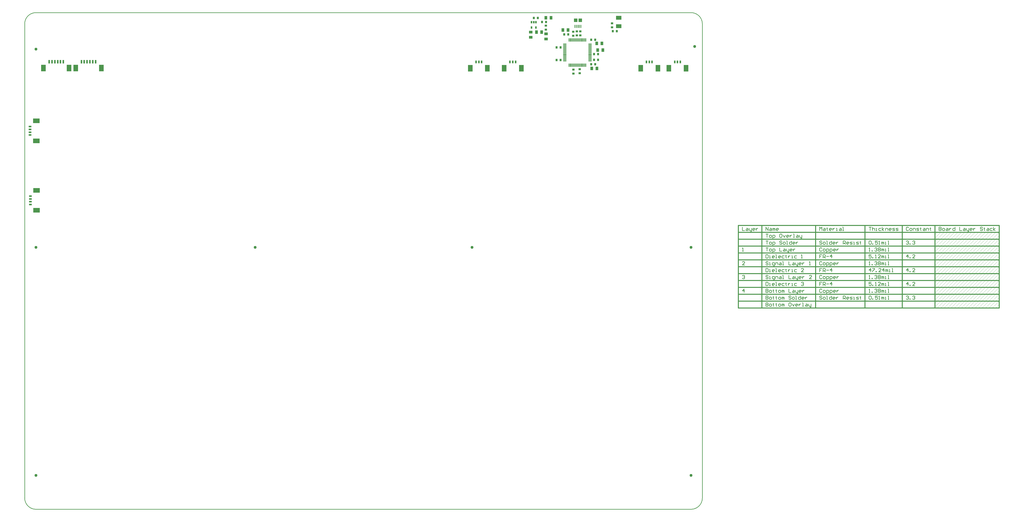
<source format=gtp>
G04*
G04 #@! TF.GenerationSoftware,Altium Limited,Altium Designer,20.2.6 (244)*
G04*
G04 Layer_Color=8421504*
%FSLAX25Y25*%
%MOIN*%
G70*
G04*
G04 #@! TF.SameCoordinates,78A2C6BB-1FC3-406C-8345-49C289C49674*
G04*
G04*
G04 #@! TF.FilePolarity,Positive*
G04*
G01*
G75*
%ADD15C,0.01000*%
%ADD22C,0.01500*%
%ADD23C,0.00100*%
%ADD24R,0.03150X0.05118*%
%ADD25R,0.08268X0.11811*%
%ADD26C,0.05118*%
%ADD27R,0.05118X0.05906*%
%ADD28R,0.05906X0.05906*%
%ADD29R,0.01575X0.05315*%
%ADD30O,0.01181X0.06496*%
%ADD31O,0.06496X0.01181*%
%ADD32R,0.03937X0.03543*%
%ADD33R,0.02559X0.04331*%
%ADD34R,0.03543X0.03937*%
%ADD35R,0.05906X0.05118*%
%ADD36R,0.09449X0.06693*%
%ADD37R,0.11811X0.08268*%
%ADD38R,0.05118X0.03150*%
%ADD39R,0.03150X0.06299*%
D15*
X1181102Y846457D02*
G03*
X1161417Y866142I-19685J0D01*
G01*
Y0D02*
G03*
X1181102Y19685I0J19685D01*
G01*
X0D02*
G03*
X19685Y0I19685J0D01*
G01*
Y866142D02*
G03*
X0Y846457I0J-19685D01*
G01*
Y19685D02*
Y710236D01*
X1181102Y19685D02*
Y846457D01*
X19685Y866142D02*
X1161417D01*
X0Y710236D02*
Y846457D01*
X19685Y0D02*
X1161417D01*
X1250530Y492195D02*
Y486197D01*
X1254529D01*
X1257528Y490196D02*
X1259527D01*
X1260527Y489196D01*
Y486197D01*
X1257528D01*
X1256528Y487196D01*
X1257528Y488196D01*
X1260527D01*
X1262526Y490196D02*
Y487196D01*
X1263526Y486197D01*
X1266525D01*
Y485197D01*
X1265526Y484198D01*
X1264526D01*
X1266525Y486197D02*
Y490196D01*
X1271523Y486197D02*
X1269524D01*
X1268524Y487196D01*
Y489196D01*
X1269524Y490196D01*
X1271523D01*
X1272523Y489196D01*
Y488196D01*
X1268524D01*
X1274523Y490196D02*
Y486197D01*
Y488196D01*
X1275522Y489196D01*
X1276522Y490196D01*
X1277522D01*
X1253529Y378197D02*
Y384195D01*
X1250530Y381196D01*
X1254529D01*
X1250530Y407195D02*
X1251530Y408195D01*
X1253529D01*
X1254529Y407195D01*
Y406196D01*
X1253529Y405196D01*
X1252530D01*
X1253529D01*
X1254529Y404196D01*
Y403196D01*
X1253529Y402197D01*
X1251530D01*
X1250530Y403196D01*
X1254529Y426197D02*
X1250530D01*
X1254529Y430196D01*
Y431195D01*
X1253529Y432195D01*
X1251530D01*
X1250530Y431195D01*
Y450197D02*
X1252530D01*
X1251530D01*
Y456195D01*
X1250530Y455195D01*
X1291522Y486197D02*
Y492195D01*
X1295520Y486197D01*
Y492195D01*
X1298519Y490196D02*
X1300519D01*
X1301518Y489196D01*
Y486197D01*
X1298519D01*
X1297520Y487196D01*
X1298519Y488196D01*
X1301518D01*
X1303518Y486197D02*
Y490196D01*
X1304517D01*
X1305517Y489196D01*
Y486197D01*
Y489196D01*
X1306517Y490196D01*
X1307516Y489196D01*
Y486197D01*
X1312515D02*
X1310515D01*
X1309516Y487196D01*
Y489196D01*
X1310515Y490196D01*
X1312515D01*
X1313515Y489196D01*
Y488196D01*
X1309516D01*
X1291522Y360195D02*
Y354197D01*
X1294521D01*
X1295520Y355196D01*
Y356196D01*
X1294521Y357196D01*
X1291522D01*
X1294521D01*
X1295520Y358196D01*
Y359195D01*
X1294521Y360195D01*
X1291522D01*
X1298519Y354197D02*
X1300519D01*
X1301518Y355196D01*
Y357196D01*
X1300519Y358196D01*
X1298519D01*
X1297520Y357196D01*
Y355196D01*
X1298519Y354197D01*
X1304517Y359195D02*
Y358196D01*
X1303518D01*
X1305517D01*
X1304517D01*
Y355196D01*
X1305517Y354197D01*
X1309516Y359195D02*
Y358196D01*
X1308516D01*
X1310515D01*
X1309516D01*
Y355196D01*
X1310515Y354197D01*
X1314514D02*
X1316514D01*
X1317513Y355196D01*
Y357196D01*
X1316514Y358196D01*
X1314514D01*
X1313515Y357196D01*
Y355196D01*
X1314514Y354197D01*
X1319512D02*
Y358196D01*
X1320512D01*
X1321512Y357196D01*
Y354197D01*
Y357196D01*
X1322512Y358196D01*
X1323511Y357196D01*
Y354197D01*
X1334508Y360195D02*
X1332508D01*
X1331509Y359195D01*
Y355196D01*
X1332508Y354197D01*
X1334508D01*
X1335507Y355196D01*
Y359195D01*
X1334508Y360195D01*
X1337507Y358196D02*
X1339506Y354197D01*
X1341505Y358196D01*
X1346504Y354197D02*
X1344505D01*
X1343505Y355196D01*
Y357196D01*
X1344505Y358196D01*
X1346504D01*
X1347503Y357196D01*
Y356196D01*
X1343505D01*
X1349503Y358196D02*
Y354197D01*
Y356196D01*
X1350502Y357196D01*
X1351502Y358196D01*
X1352502D01*
X1355501Y354197D02*
X1357500D01*
X1356501D01*
Y360195D01*
X1355501D01*
X1361499Y358196D02*
X1363498D01*
X1364498Y357196D01*
Y354197D01*
X1361499D01*
X1360499Y355196D01*
X1361499Y356196D01*
X1364498D01*
X1366497Y358196D02*
Y355196D01*
X1367497Y354197D01*
X1370496D01*
Y353197D01*
X1369496Y352198D01*
X1368497D01*
X1370496Y354197D02*
Y358196D01*
X1291522Y372195D02*
Y366197D01*
X1294521D01*
X1295520Y367196D01*
Y368196D01*
X1294521Y369196D01*
X1291522D01*
X1294521D01*
X1295520Y370196D01*
Y371195D01*
X1294521Y372195D01*
X1291522D01*
X1298519Y366197D02*
X1300519D01*
X1301518Y367196D01*
Y369196D01*
X1300519Y370196D01*
X1298519D01*
X1297520Y369196D01*
Y367196D01*
X1298519Y366197D01*
X1304517Y371195D02*
Y370196D01*
X1303518D01*
X1305517D01*
X1304517D01*
Y367196D01*
X1305517Y366197D01*
X1309516Y371195D02*
Y370196D01*
X1308516D01*
X1310515D01*
X1309516D01*
Y367196D01*
X1310515Y366197D01*
X1314514D02*
X1316514D01*
X1317513Y367196D01*
Y369196D01*
X1316514Y370196D01*
X1314514D01*
X1313515Y369196D01*
Y367196D01*
X1314514Y366197D01*
X1319512D02*
Y370196D01*
X1320512D01*
X1321512Y369196D01*
Y366197D01*
Y369196D01*
X1322512Y370196D01*
X1323511Y369196D01*
Y366197D01*
X1335507Y371195D02*
X1334508Y372195D01*
X1332508D01*
X1331509Y371195D01*
Y370196D01*
X1332508Y369196D01*
X1334508D01*
X1335507Y368196D01*
Y367196D01*
X1334508Y366197D01*
X1332508D01*
X1331509Y367196D01*
X1338506Y366197D02*
X1340506D01*
X1341505Y367196D01*
Y369196D01*
X1340506Y370196D01*
X1338506D01*
X1337507Y369196D01*
Y367196D01*
X1338506Y366197D01*
X1343505D02*
X1345504D01*
X1344505D01*
Y372195D01*
X1343505D01*
X1352502D02*
Y366197D01*
X1349503D01*
X1348503Y367196D01*
Y369196D01*
X1349503Y370196D01*
X1352502D01*
X1357500Y366197D02*
X1355501D01*
X1354501Y367196D01*
Y369196D01*
X1355501Y370196D01*
X1357500D01*
X1358500Y369196D01*
Y368196D01*
X1354501D01*
X1360499Y370196D02*
Y366197D01*
Y368196D01*
X1361499Y369196D01*
X1362499Y370196D01*
X1363498D01*
X1291522Y384195D02*
Y378197D01*
X1294521D01*
X1295520Y379197D01*
Y380196D01*
X1294521Y381196D01*
X1291522D01*
X1294521D01*
X1295520Y382196D01*
Y383195D01*
X1294521Y384195D01*
X1291522D01*
X1298519Y378197D02*
X1300519D01*
X1301518Y379197D01*
Y381196D01*
X1300519Y382196D01*
X1298519D01*
X1297520Y381196D01*
Y379197D01*
X1298519Y378197D01*
X1304517Y383195D02*
Y382196D01*
X1303518D01*
X1305517D01*
X1304517D01*
Y379197D01*
X1305517Y378197D01*
X1309516Y383195D02*
Y382196D01*
X1308516D01*
X1310515D01*
X1309516D01*
Y379197D01*
X1310515Y378197D01*
X1314514D02*
X1316514D01*
X1317513Y379197D01*
Y381196D01*
X1316514Y382196D01*
X1314514D01*
X1313515Y381196D01*
Y379197D01*
X1314514Y378197D01*
X1319512D02*
Y382196D01*
X1320512D01*
X1321512Y381196D01*
Y378197D01*
Y381196D01*
X1322512Y382196D01*
X1323511Y381196D01*
Y378197D01*
X1331509Y384195D02*
Y378197D01*
X1335507D01*
X1338506Y382196D02*
X1340506D01*
X1341505Y381196D01*
Y378197D01*
X1338506D01*
X1337507Y379197D01*
X1338506Y380196D01*
X1341505D01*
X1343505Y382196D02*
Y379197D01*
X1344505Y378197D01*
X1347503D01*
Y377197D01*
X1346504Y376198D01*
X1345504D01*
X1347503Y378197D02*
Y382196D01*
X1352502Y378197D02*
X1350502D01*
X1349503Y379197D01*
Y381196D01*
X1350502Y382196D01*
X1352502D01*
X1353502Y381196D01*
Y380196D01*
X1349503D01*
X1355501Y382196D02*
Y378197D01*
Y380196D01*
X1356501Y381196D01*
X1357500Y382196D01*
X1358500D01*
X1291522Y396195D02*
Y390197D01*
X1294521D01*
X1295520Y391196D01*
Y395195D01*
X1294521Y396195D01*
X1291522D01*
X1297520Y390197D02*
X1299519D01*
X1298519D01*
Y394196D01*
X1297520D01*
X1305517Y390197D02*
X1303518D01*
X1302518Y391196D01*
Y393196D01*
X1303518Y394196D01*
X1305517D01*
X1306517Y393196D01*
Y392196D01*
X1302518D01*
X1308516Y390197D02*
X1310515D01*
X1309516D01*
Y396195D01*
X1308516D01*
X1316514Y390197D02*
X1314514D01*
X1313515Y391196D01*
Y393196D01*
X1314514Y394196D01*
X1316514D01*
X1317513Y393196D01*
Y392196D01*
X1313515D01*
X1323511Y394196D02*
X1320512D01*
X1319512Y393196D01*
Y391196D01*
X1320512Y390197D01*
X1323511D01*
X1326510Y395195D02*
Y394196D01*
X1325511D01*
X1327510D01*
X1326510D01*
Y391196D01*
X1327510Y390197D01*
X1330509Y394196D02*
Y390197D01*
Y392196D01*
X1331509Y393196D01*
X1332508Y394196D01*
X1333508D01*
X1336507Y390197D02*
X1338506D01*
X1337507D01*
Y394196D01*
X1336507D01*
X1345504D02*
X1342505D01*
X1341505Y393196D01*
Y391196D01*
X1342505Y390197D01*
X1345504D01*
X1353502Y395195D02*
X1354501Y396195D01*
X1356501D01*
X1357500Y395195D01*
Y394196D01*
X1356501Y393196D01*
X1355501D01*
X1356501D01*
X1357500Y392196D01*
Y391196D01*
X1356501Y390197D01*
X1354501D01*
X1353502Y391196D01*
X1295520Y407195D02*
X1294521Y408195D01*
X1292521D01*
X1291522Y407195D01*
Y406196D01*
X1292521Y405196D01*
X1294521D01*
X1295520Y404196D01*
Y403196D01*
X1294521Y402197D01*
X1292521D01*
X1291522Y403196D01*
X1297520Y402197D02*
X1299519D01*
X1298519D01*
Y406196D01*
X1297520D01*
X1304517Y400198D02*
X1305517D01*
X1306517Y401197D01*
Y406196D01*
X1303518D01*
X1302518Y405196D01*
Y403196D01*
X1303518Y402197D01*
X1306517D01*
X1308516D02*
Y406196D01*
X1311515D01*
X1312515Y405196D01*
Y402197D01*
X1315514Y406196D02*
X1317513D01*
X1318513Y405196D01*
Y402197D01*
X1315514D01*
X1314514Y403196D01*
X1315514Y404196D01*
X1318513D01*
X1320512Y402197D02*
X1322512D01*
X1321512D01*
Y408195D01*
X1320512D01*
X1331509D02*
Y402197D01*
X1335507D01*
X1338506Y406196D02*
X1340506D01*
X1341505Y405196D01*
Y402197D01*
X1338506D01*
X1337507Y403196D01*
X1338506Y404196D01*
X1341505D01*
X1343505Y406196D02*
Y403196D01*
X1344505Y402197D01*
X1347503D01*
Y401197D01*
X1346504Y400198D01*
X1345504D01*
X1347503Y402197D02*
Y406196D01*
X1352502Y402197D02*
X1350502D01*
X1349503Y403196D01*
Y405196D01*
X1350502Y406196D01*
X1352502D01*
X1353502Y405196D01*
Y404196D01*
X1349503D01*
X1355501Y406196D02*
Y402197D01*
Y404196D01*
X1356501Y405196D01*
X1357500Y406196D01*
X1358500D01*
X1371496Y402197D02*
X1367497D01*
X1371496Y406196D01*
Y407195D01*
X1370496Y408195D01*
X1368497D01*
X1367497Y407195D01*
X1291522Y420195D02*
Y414197D01*
X1294521D01*
X1295520Y415197D01*
Y419195D01*
X1294521Y420195D01*
X1291522D01*
X1297520Y414197D02*
X1299519D01*
X1298519D01*
Y418196D01*
X1297520D01*
X1305517Y414197D02*
X1303518D01*
X1302518Y415197D01*
Y417196D01*
X1303518Y418196D01*
X1305517D01*
X1306517Y417196D01*
Y416196D01*
X1302518D01*
X1308516Y414197D02*
X1310515D01*
X1309516D01*
Y420195D01*
X1308516D01*
X1316514Y414197D02*
X1314514D01*
X1313515Y415197D01*
Y417196D01*
X1314514Y418196D01*
X1316514D01*
X1317513Y417196D01*
Y416196D01*
X1313515D01*
X1323511Y418196D02*
X1320512D01*
X1319512Y417196D01*
Y415197D01*
X1320512Y414197D01*
X1323511D01*
X1326510Y419195D02*
Y418196D01*
X1325511D01*
X1327510D01*
X1326510D01*
Y415197D01*
X1327510Y414197D01*
X1330509Y418196D02*
Y414197D01*
Y416196D01*
X1331509Y417196D01*
X1332508Y418196D01*
X1333508D01*
X1336507Y414197D02*
X1338506D01*
X1337507D01*
Y418196D01*
X1336507D01*
X1345504D02*
X1342505D01*
X1341505Y417196D01*
Y415197D01*
X1342505Y414197D01*
X1345504D01*
X1357500D02*
X1353502D01*
X1357500Y418196D01*
Y419195D01*
X1356501Y420195D01*
X1354501D01*
X1353502Y419195D01*
X1295520Y431195D02*
X1294521Y432195D01*
X1292521D01*
X1291522Y431195D01*
Y430196D01*
X1292521Y429196D01*
X1294521D01*
X1295520Y428196D01*
Y427197D01*
X1294521Y426197D01*
X1292521D01*
X1291522Y427197D01*
X1297520Y426197D02*
X1299519D01*
X1298519D01*
Y430196D01*
X1297520D01*
X1304517Y424197D02*
X1305517D01*
X1306517Y425197D01*
Y430196D01*
X1303518D01*
X1302518Y429196D01*
Y427197D01*
X1303518Y426197D01*
X1306517D01*
X1308516D02*
Y430196D01*
X1311515D01*
X1312515Y429196D01*
Y426197D01*
X1315514Y430196D02*
X1317513D01*
X1318513Y429196D01*
Y426197D01*
X1315514D01*
X1314514Y427197D01*
X1315514Y428196D01*
X1318513D01*
X1320512Y426197D02*
X1322512D01*
X1321512D01*
Y432195D01*
X1320512D01*
X1331509D02*
Y426197D01*
X1335507D01*
X1338506Y430196D02*
X1340506D01*
X1341505Y429196D01*
Y426197D01*
X1338506D01*
X1337507Y427197D01*
X1338506Y428196D01*
X1341505D01*
X1343505Y430196D02*
Y427197D01*
X1344505Y426197D01*
X1347503D01*
Y425197D01*
X1346504Y424197D01*
X1345504D01*
X1347503Y426197D02*
Y430196D01*
X1352502Y426197D02*
X1350502D01*
X1349503Y427197D01*
Y429196D01*
X1350502Y430196D01*
X1352502D01*
X1353502Y429196D01*
Y428196D01*
X1349503D01*
X1355501Y430196D02*
Y426197D01*
Y428196D01*
X1356501Y429196D01*
X1357500Y430196D01*
X1358500D01*
X1367497Y426197D02*
X1369496D01*
X1368497D01*
Y432195D01*
X1367497Y431195D01*
X1291522Y444195D02*
Y438197D01*
X1294521D01*
X1295520Y439196D01*
Y443195D01*
X1294521Y444195D01*
X1291522D01*
X1297520Y438197D02*
X1299519D01*
X1298519D01*
Y442196D01*
X1297520D01*
X1305517Y438197D02*
X1303518D01*
X1302518Y439196D01*
Y441196D01*
X1303518Y442196D01*
X1305517D01*
X1306517Y441196D01*
Y440196D01*
X1302518D01*
X1308516Y438197D02*
X1310515D01*
X1309516D01*
Y444195D01*
X1308516D01*
X1316514Y438197D02*
X1314514D01*
X1313515Y439196D01*
Y441196D01*
X1314514Y442196D01*
X1316514D01*
X1317513Y441196D01*
Y440196D01*
X1313515D01*
X1323511Y442196D02*
X1320512D01*
X1319512Y441196D01*
Y439196D01*
X1320512Y438197D01*
X1323511D01*
X1326510Y443195D02*
Y442196D01*
X1325511D01*
X1327510D01*
X1326510D01*
Y439196D01*
X1327510Y438197D01*
X1330509Y442196D02*
Y438197D01*
Y440196D01*
X1331509Y441196D01*
X1332508Y442196D01*
X1333508D01*
X1336507Y438197D02*
X1338506D01*
X1337507D01*
Y442196D01*
X1336507D01*
X1345504D02*
X1342505D01*
X1341505Y441196D01*
Y439196D01*
X1342505Y438197D01*
X1345504D01*
X1353502D02*
X1355501D01*
X1354501D01*
Y444195D01*
X1353502Y443195D01*
X1291522Y456195D02*
X1295520D01*
X1293521D01*
Y450197D01*
X1298519D02*
X1300519D01*
X1301518Y451196D01*
Y453196D01*
X1300519Y454196D01*
X1298519D01*
X1297520Y453196D01*
Y451196D01*
X1298519Y450197D01*
X1303518Y448198D02*
Y454196D01*
X1306517D01*
X1307516Y453196D01*
Y451196D01*
X1306517Y450197D01*
X1303518D01*
X1315514Y456195D02*
Y450197D01*
X1319513D01*
X1322512Y454196D02*
X1324511D01*
X1325511Y453196D01*
Y450197D01*
X1322512D01*
X1321512Y451196D01*
X1322512Y452196D01*
X1325511D01*
X1327510Y454196D02*
Y451196D01*
X1328510Y450197D01*
X1331509D01*
Y449197D01*
X1330509Y448198D01*
X1329509D01*
X1331509Y450197D02*
Y454196D01*
X1336507Y450197D02*
X1334508D01*
X1333508Y451196D01*
Y453196D01*
X1334508Y454196D01*
X1336507D01*
X1337507Y453196D01*
Y452196D01*
X1333508D01*
X1339506Y454196D02*
Y450197D01*
Y452196D01*
X1340506Y453196D01*
X1341505Y454196D01*
X1342505D01*
X1291522Y468195D02*
X1295520D01*
X1293521D01*
Y462197D01*
X1298519D02*
X1300519D01*
X1301518Y463197D01*
Y465196D01*
X1300519Y466196D01*
X1298519D01*
X1297520Y465196D01*
Y463197D01*
X1298519Y462197D01*
X1303518Y460197D02*
Y466196D01*
X1306517D01*
X1307516Y465196D01*
Y463197D01*
X1306517Y462197D01*
X1303518D01*
X1319513Y467195D02*
X1318513Y468195D01*
X1316514D01*
X1315514Y467195D01*
Y466196D01*
X1316514Y465196D01*
X1318513D01*
X1319513Y464196D01*
Y463197D01*
X1318513Y462197D01*
X1316514D01*
X1315514Y463197D01*
X1322512Y462197D02*
X1324511D01*
X1325511Y463197D01*
Y465196D01*
X1324511Y466196D01*
X1322512D01*
X1321512Y465196D01*
Y463197D01*
X1322512Y462197D01*
X1327510D02*
X1329509D01*
X1328510D01*
Y468195D01*
X1327510D01*
X1336507D02*
Y462197D01*
X1333508D01*
X1332508Y463197D01*
Y465196D01*
X1333508Y466196D01*
X1336507D01*
X1341505Y462197D02*
X1339506D01*
X1338506Y463197D01*
Y465196D01*
X1339506Y466196D01*
X1341505D01*
X1342505Y465196D01*
Y464196D01*
X1338506D01*
X1344505Y466196D02*
Y462197D01*
Y464196D01*
X1345504Y465196D01*
X1346504Y466196D01*
X1347503D01*
X1291522Y480195D02*
X1295520D01*
X1293521D01*
Y474197D01*
X1298519D02*
X1300519D01*
X1301518Y475197D01*
Y477196D01*
X1300519Y478196D01*
X1298519D01*
X1297520Y477196D01*
Y475197D01*
X1298519Y474197D01*
X1303518Y472197D02*
Y478196D01*
X1306517D01*
X1307516Y477196D01*
Y475197D01*
X1306517Y474197D01*
X1303518D01*
X1318513Y480195D02*
X1316514D01*
X1315514Y479195D01*
Y475197D01*
X1316514Y474197D01*
X1318513D01*
X1319513Y475197D01*
Y479195D01*
X1318513Y480195D01*
X1321512Y478196D02*
X1323511Y474197D01*
X1325511Y478196D01*
X1330509Y474197D02*
X1328510D01*
X1327510Y475197D01*
Y477196D01*
X1328510Y478196D01*
X1330509D01*
X1331509Y477196D01*
Y476196D01*
X1327510D01*
X1333508Y478196D02*
Y474197D01*
Y476196D01*
X1334508Y477196D01*
X1335507Y478196D01*
X1336507D01*
X1339506Y474197D02*
X1341505D01*
X1340506D01*
Y480195D01*
X1339506D01*
X1345504Y478196D02*
X1347503D01*
X1348503Y477196D01*
Y474197D01*
X1345504D01*
X1344505Y475197D01*
X1345504Y476196D01*
X1348503D01*
X1350502Y478196D02*
Y475197D01*
X1351502Y474197D01*
X1354501D01*
Y473197D01*
X1353502Y472197D01*
X1352502D01*
X1354501Y474197D02*
Y478196D01*
X1385496Y486197D02*
Y492195D01*
X1387495Y490196D01*
X1389494Y492195D01*
Y486197D01*
X1392494Y490196D02*
X1394493D01*
X1395492Y489196D01*
Y486197D01*
X1392494D01*
X1391494Y487196D01*
X1392494Y488196D01*
X1395492D01*
X1398491Y491195D02*
Y490196D01*
X1397492D01*
X1399491D01*
X1398491D01*
Y487196D01*
X1399491Y486197D01*
X1405489D02*
X1403490D01*
X1402490Y487196D01*
Y489196D01*
X1403490Y490196D01*
X1405489D01*
X1406489Y489196D01*
Y488196D01*
X1402490D01*
X1408488Y490196D02*
Y486197D01*
Y488196D01*
X1409488Y489196D01*
X1410488Y490196D01*
X1411487D01*
X1414486Y486197D02*
X1416486D01*
X1415486D01*
Y490196D01*
X1414486D01*
X1420484D02*
X1422484D01*
X1423483Y489196D01*
Y486197D01*
X1420484D01*
X1419485Y487196D01*
X1420484Y488196D01*
X1423483D01*
X1425483Y486197D02*
X1427482D01*
X1426482D01*
Y492195D01*
X1425483D01*
X1389494Y371195D02*
X1388495Y372195D01*
X1386495D01*
X1385496Y371195D01*
Y370196D01*
X1386495Y369196D01*
X1388495D01*
X1389494Y368196D01*
Y367196D01*
X1388495Y366197D01*
X1386495D01*
X1385496Y367196D01*
X1392494Y366197D02*
X1394493D01*
X1395492Y367196D01*
Y369196D01*
X1394493Y370196D01*
X1392494D01*
X1391494Y369196D01*
Y367196D01*
X1392494Y366197D01*
X1397492D02*
X1399491D01*
X1398491D01*
Y372195D01*
X1397492D01*
X1406489D02*
Y366197D01*
X1403490D01*
X1402490Y367196D01*
Y369196D01*
X1403490Y370196D01*
X1406489D01*
X1411487Y366197D02*
X1409488D01*
X1408488Y367196D01*
Y369196D01*
X1409488Y370196D01*
X1411487D01*
X1412487Y369196D01*
Y368196D01*
X1408488D01*
X1414486Y370196D02*
Y366197D01*
Y368196D01*
X1415486Y369196D01*
X1416486Y370196D01*
X1417485D01*
X1426482Y366197D02*
Y372195D01*
X1429482D01*
X1430481Y371195D01*
Y369196D01*
X1429482Y368196D01*
X1426482D01*
X1428482D02*
X1430481Y366197D01*
X1435480D02*
X1433480D01*
X1432481Y367196D01*
Y369196D01*
X1433480Y370196D01*
X1435480D01*
X1436479Y369196D01*
Y368196D01*
X1432481D01*
X1438479Y366197D02*
X1441478D01*
X1442477Y367196D01*
X1441478Y368196D01*
X1439478D01*
X1438479Y369196D01*
X1439478Y370196D01*
X1442477D01*
X1444477Y366197D02*
X1446476D01*
X1445476D01*
Y370196D01*
X1444477D01*
X1449475Y366197D02*
X1452474D01*
X1453474Y367196D01*
X1452474Y368196D01*
X1450475D01*
X1449475Y369196D01*
X1450475Y370196D01*
X1453474D01*
X1456473Y371195D02*
Y370196D01*
X1455473D01*
X1457472D01*
X1456473D01*
Y367196D01*
X1457472Y366197D01*
X1389494Y383195D02*
X1388495Y384195D01*
X1386495D01*
X1385496Y383195D01*
Y379197D01*
X1386495Y378197D01*
X1388495D01*
X1389494Y379197D01*
X1392494Y378197D02*
X1394493D01*
X1395492Y379197D01*
Y381196D01*
X1394493Y382196D01*
X1392494D01*
X1391494Y381196D01*
Y379197D01*
X1392494Y378197D01*
X1397492Y376198D02*
Y382196D01*
X1400491D01*
X1401491Y381196D01*
Y379197D01*
X1400491Y378197D01*
X1397492D01*
X1403490Y376198D02*
Y382196D01*
X1406489D01*
X1407489Y381196D01*
Y379197D01*
X1406489Y378197D01*
X1403490D01*
X1412487D02*
X1410488D01*
X1409488Y379197D01*
Y381196D01*
X1410488Y382196D01*
X1412487D01*
X1413487Y381196D01*
Y380196D01*
X1409488D01*
X1415486Y382196D02*
Y378197D01*
Y380196D01*
X1416486Y381196D01*
X1417485Y382196D01*
X1418485D01*
X1389494Y396195D02*
X1385496D01*
Y393196D01*
X1387495D01*
X1385496D01*
Y390197D01*
X1391494D02*
Y396195D01*
X1394493D01*
X1395492Y395195D01*
Y393196D01*
X1394493Y392196D01*
X1391494D01*
X1393493D02*
X1395492Y390197D01*
X1397492Y393196D02*
X1401491D01*
X1406489Y390197D02*
Y396195D01*
X1403490Y393196D01*
X1407489D01*
X1389494Y407195D02*
X1388495Y408195D01*
X1386495D01*
X1385496Y407195D01*
Y403196D01*
X1386495Y402197D01*
X1388495D01*
X1389494Y403196D01*
X1392494Y402197D02*
X1394493D01*
X1395492Y403196D01*
Y405196D01*
X1394493Y406196D01*
X1392494D01*
X1391494Y405196D01*
Y403196D01*
X1392494Y402197D01*
X1397492Y400198D02*
Y406196D01*
X1400491D01*
X1401491Y405196D01*
Y403196D01*
X1400491Y402197D01*
X1397492D01*
X1403490Y400198D02*
Y406196D01*
X1406489D01*
X1407489Y405196D01*
Y403196D01*
X1406489Y402197D01*
X1403490D01*
X1412487D02*
X1410488D01*
X1409488Y403196D01*
Y405196D01*
X1410488Y406196D01*
X1412487D01*
X1413487Y405196D01*
Y404196D01*
X1409488D01*
X1415486Y406196D02*
Y402197D01*
Y404196D01*
X1416486Y405196D01*
X1417485Y406196D01*
X1418485D01*
X1389494Y420195D02*
X1385496D01*
Y417196D01*
X1387495D01*
X1385496D01*
Y414197D01*
X1391494D02*
Y420195D01*
X1394493D01*
X1395492Y419195D01*
Y417196D01*
X1394493Y416196D01*
X1391494D01*
X1393493D02*
X1395492Y414197D01*
X1397492Y417196D02*
X1401491D01*
X1406489Y414197D02*
Y420195D01*
X1403490Y417196D01*
X1407489D01*
X1389494Y431195D02*
X1388495Y432195D01*
X1386495D01*
X1385496Y431195D01*
Y427197D01*
X1386495Y426197D01*
X1388495D01*
X1389494Y427197D01*
X1392494Y426197D02*
X1394493D01*
X1395492Y427197D01*
Y429196D01*
X1394493Y430196D01*
X1392494D01*
X1391494Y429196D01*
Y427197D01*
X1392494Y426197D01*
X1397492Y424197D02*
Y430196D01*
X1400491D01*
X1401491Y429196D01*
Y427197D01*
X1400491Y426197D01*
X1397492D01*
X1403490Y424197D02*
Y430196D01*
X1406489D01*
X1407489Y429196D01*
Y427197D01*
X1406489Y426197D01*
X1403490D01*
X1412487D02*
X1410488D01*
X1409488Y427197D01*
Y429196D01*
X1410488Y430196D01*
X1412487D01*
X1413487Y429196D01*
Y428196D01*
X1409488D01*
X1415486Y430196D02*
Y426197D01*
Y428196D01*
X1416486Y429196D01*
X1417485Y430196D01*
X1418485D01*
X1389494Y444195D02*
X1385496D01*
Y441196D01*
X1387495D01*
X1385496D01*
Y438197D01*
X1391494D02*
Y444195D01*
X1394493D01*
X1395492Y443195D01*
Y441196D01*
X1394493Y440196D01*
X1391494D01*
X1393493D02*
X1395492Y438197D01*
X1397492Y441196D02*
X1401491D01*
X1406489Y438197D02*
Y444195D01*
X1403490Y441196D01*
X1407489D01*
X1389494Y455195D02*
X1388495Y456195D01*
X1386495D01*
X1385496Y455195D01*
Y451196D01*
X1386495Y450197D01*
X1388495D01*
X1389494Y451196D01*
X1392494Y450197D02*
X1394493D01*
X1395492Y451196D01*
Y453196D01*
X1394493Y454196D01*
X1392494D01*
X1391494Y453196D01*
Y451196D01*
X1392494Y450197D01*
X1397492Y448198D02*
Y454196D01*
X1400491D01*
X1401491Y453196D01*
Y451196D01*
X1400491Y450197D01*
X1397492D01*
X1403490Y448198D02*
Y454196D01*
X1406489D01*
X1407489Y453196D01*
Y451196D01*
X1406489Y450197D01*
X1403490D01*
X1412487D02*
X1410488D01*
X1409488Y451196D01*
Y453196D01*
X1410488Y454196D01*
X1412487D01*
X1413487Y453196D01*
Y452196D01*
X1409488D01*
X1415486Y454196D02*
Y450197D01*
Y452196D01*
X1416486Y453196D01*
X1417485Y454196D01*
X1418485D01*
X1389494Y467195D02*
X1388495Y468195D01*
X1386495D01*
X1385496Y467195D01*
Y466196D01*
X1386495Y465196D01*
X1388495D01*
X1389494Y464196D01*
Y463197D01*
X1388495Y462197D01*
X1386495D01*
X1385496Y463197D01*
X1392494Y462197D02*
X1394493D01*
X1395492Y463197D01*
Y465196D01*
X1394493Y466196D01*
X1392494D01*
X1391494Y465196D01*
Y463197D01*
X1392494Y462197D01*
X1397492D02*
X1399491D01*
X1398491D01*
Y468195D01*
X1397492D01*
X1406489D02*
Y462197D01*
X1403490D01*
X1402490Y463197D01*
Y465196D01*
X1403490Y466196D01*
X1406489D01*
X1411487Y462197D02*
X1409488D01*
X1408488Y463197D01*
Y465196D01*
X1409488Y466196D01*
X1411487D01*
X1412487Y465196D01*
Y464196D01*
X1408488D01*
X1414486Y466196D02*
Y462197D01*
Y464196D01*
X1415486Y465196D01*
X1416486Y466196D01*
X1417485D01*
X1426482Y462197D02*
Y468195D01*
X1429482D01*
X1430481Y467195D01*
Y465196D01*
X1429482Y464196D01*
X1426482D01*
X1428482D02*
X1430481Y462197D01*
X1435480D02*
X1433480D01*
X1432481Y463197D01*
Y465196D01*
X1433480Y466196D01*
X1435480D01*
X1436479Y465196D01*
Y464196D01*
X1432481D01*
X1438479Y462197D02*
X1441478D01*
X1442477Y463197D01*
X1441478Y464196D01*
X1439478D01*
X1438479Y465196D01*
X1439478Y466196D01*
X1442477D01*
X1444477Y462197D02*
X1446476D01*
X1445476D01*
Y466196D01*
X1444477D01*
X1449475Y462197D02*
X1452474D01*
X1453474Y463197D01*
X1452474Y464196D01*
X1450475D01*
X1449475Y465196D01*
X1450475Y466196D01*
X1453474D01*
X1456473Y467195D02*
Y466196D01*
X1455473D01*
X1457472D01*
X1456473D01*
Y463197D01*
X1457472Y462197D01*
X1471472Y492195D02*
X1475471D01*
X1473472D01*
Y486197D01*
X1477470Y492195D02*
Y486197D01*
Y489196D01*
X1478470Y490196D01*
X1480470D01*
X1481469Y489196D01*
Y486197D01*
X1483469D02*
X1485468D01*
X1484468D01*
Y490196D01*
X1483469D01*
X1492466D02*
X1489467D01*
X1488467Y489196D01*
Y487196D01*
X1489467Y486197D01*
X1492466D01*
X1494465D02*
Y492195D01*
Y488196D02*
X1497464Y490196D01*
X1494465Y488196D02*
X1497464Y486197D01*
X1500463D02*
Y490196D01*
X1503462D01*
X1504462Y489196D01*
Y486197D01*
X1509460D02*
X1507461D01*
X1506461Y487196D01*
Y489196D01*
X1507461Y490196D01*
X1509460D01*
X1510460Y489196D01*
Y488196D01*
X1506461D01*
X1512459Y486197D02*
X1515458D01*
X1516458Y487196D01*
X1515458Y488196D01*
X1513459D01*
X1512459Y489196D01*
X1513459Y490196D01*
X1516458D01*
X1518457Y486197D02*
X1521456D01*
X1522456Y487196D01*
X1521456Y488196D01*
X1519457D01*
X1518457Y489196D01*
X1519457Y490196D01*
X1522456D01*
X1471472Y371195D02*
X1472472Y372195D01*
X1474471D01*
X1475471Y371195D01*
Y367196D01*
X1474471Y366197D01*
X1472472D01*
X1471472Y367196D01*
Y371195D01*
X1477470Y366197D02*
Y367196D01*
X1478470D01*
Y366197D01*
X1477470D01*
X1486468Y372195D02*
X1482469D01*
Y369196D01*
X1484468Y370196D01*
X1485468D01*
X1486468Y369196D01*
Y367196D01*
X1485468Y366197D01*
X1483469D01*
X1482469Y367196D01*
X1488467Y366197D02*
X1490466D01*
X1489467D01*
Y372195D01*
X1488467Y371195D01*
X1493465Y366197D02*
Y370196D01*
X1494465D01*
X1495465Y369196D01*
Y366197D01*
Y369196D01*
X1496464Y370196D01*
X1497464Y369196D01*
Y366197D01*
X1499463D02*
X1501463D01*
X1500463D01*
Y370196D01*
X1499463D01*
X1504462Y366197D02*
X1506461D01*
X1505461D01*
Y372195D01*
X1504462D01*
X1471472Y378197D02*
X1473472D01*
X1472472D01*
Y384195D01*
X1471472Y383195D01*
X1476471Y378197D02*
Y379197D01*
X1477470D01*
Y378197D01*
X1476471D01*
X1481469Y383195D02*
X1482469Y384195D01*
X1484468D01*
X1485468Y383195D01*
Y382196D01*
X1484468Y381196D01*
X1483469D01*
X1484468D01*
X1485468Y380196D01*
Y379197D01*
X1484468Y378197D01*
X1482469D01*
X1481469Y379197D01*
X1487467Y383195D02*
X1488467Y384195D01*
X1490466D01*
X1491466Y383195D01*
Y382196D01*
X1490466Y381196D01*
X1491466Y380196D01*
Y379197D01*
X1490466Y378197D01*
X1488467D01*
X1487467Y379197D01*
Y380196D01*
X1488467Y381196D01*
X1487467Y382196D01*
Y383195D01*
X1488467Y381196D02*
X1490466D01*
X1493465Y378197D02*
Y382196D01*
X1494465D01*
X1495465Y381196D01*
Y378197D01*
Y381196D01*
X1496464Y382196D01*
X1497464Y381196D01*
Y378197D01*
X1499463D02*
X1501463D01*
X1500463D01*
Y382196D01*
X1499463D01*
X1504462Y378197D02*
X1506461D01*
X1505461D01*
Y384195D01*
X1504462D01*
X1475471Y396195D02*
X1471472D01*
Y393196D01*
X1473472Y394196D01*
X1474471D01*
X1475471Y393196D01*
Y391196D01*
X1474471Y390197D01*
X1472472D01*
X1471472Y391196D01*
X1477470Y390197D02*
Y391196D01*
X1478470D01*
Y390197D01*
X1477470D01*
X1482469D02*
X1484468D01*
X1483469D01*
Y396195D01*
X1482469Y395195D01*
X1491466Y390197D02*
X1487467D01*
X1491466Y394196D01*
Y395195D01*
X1490466Y396195D01*
X1488467D01*
X1487467Y395195D01*
X1493465Y390197D02*
Y394196D01*
X1494465D01*
X1495465Y393196D01*
Y390197D01*
Y393196D01*
X1496464Y394196D01*
X1497464Y393196D01*
Y390197D01*
X1499463D02*
X1501463D01*
X1500463D01*
Y394196D01*
X1499463D01*
X1504462Y390197D02*
X1506461D01*
X1505461D01*
Y396195D01*
X1504462D01*
X1471472Y402197D02*
X1473472D01*
X1472472D01*
Y408195D01*
X1471472Y407195D01*
X1476471Y402197D02*
Y403196D01*
X1477470D01*
Y402197D01*
X1476471D01*
X1481469Y407195D02*
X1482469Y408195D01*
X1484468D01*
X1485468Y407195D01*
Y406196D01*
X1484468Y405196D01*
X1483469D01*
X1484468D01*
X1485468Y404196D01*
Y403196D01*
X1484468Y402197D01*
X1482469D01*
X1481469Y403196D01*
X1487467Y407195D02*
X1488467Y408195D01*
X1490466D01*
X1491466Y407195D01*
Y406196D01*
X1490466Y405196D01*
X1491466Y404196D01*
Y403196D01*
X1490466Y402197D01*
X1488467D01*
X1487467Y403196D01*
Y404196D01*
X1488467Y405196D01*
X1487467Y406196D01*
Y407195D01*
X1488467Y405196D02*
X1490466D01*
X1493465Y402197D02*
Y406196D01*
X1494465D01*
X1495465Y405196D01*
Y402197D01*
Y405196D01*
X1496464Y406196D01*
X1497464Y405196D01*
Y402197D01*
X1499463D02*
X1501463D01*
X1500463D01*
Y406196D01*
X1499463D01*
X1504462Y402197D02*
X1506461D01*
X1505461D01*
Y408195D01*
X1504462D01*
X1474471Y414197D02*
Y420195D01*
X1471472Y417196D01*
X1475471D01*
X1477470Y420195D02*
X1481469D01*
Y419195D01*
X1477470Y415197D01*
Y414197D01*
X1483469D02*
Y415197D01*
X1484468D01*
Y414197D01*
X1483469D01*
X1492466D02*
X1488467D01*
X1492466Y418196D01*
Y419195D01*
X1491466Y420195D01*
X1489467D01*
X1488467Y419195D01*
X1497464Y414197D02*
Y420195D01*
X1494465Y417196D01*
X1498464D01*
X1500463Y414197D02*
Y418196D01*
X1501463D01*
X1502462Y417196D01*
Y414197D01*
Y417196D01*
X1503462Y418196D01*
X1504462Y417196D01*
Y414197D01*
X1506461D02*
X1508461D01*
X1507461D01*
Y418196D01*
X1506461D01*
X1511460Y414197D02*
X1513459D01*
X1512459D01*
Y420195D01*
X1511460D01*
X1471472Y426197D02*
X1473472D01*
X1472472D01*
Y432195D01*
X1471472Y431195D01*
X1476471Y426197D02*
Y427197D01*
X1477470D01*
Y426197D01*
X1476471D01*
X1481469Y431195D02*
X1482469Y432195D01*
X1484468D01*
X1485468Y431195D01*
Y430196D01*
X1484468Y429196D01*
X1483469D01*
X1484468D01*
X1485468Y428196D01*
Y427197D01*
X1484468Y426197D01*
X1482469D01*
X1481469Y427197D01*
X1487467Y431195D02*
X1488467Y432195D01*
X1490466D01*
X1491466Y431195D01*
Y430196D01*
X1490466Y429196D01*
X1491466Y428196D01*
Y427197D01*
X1490466Y426197D01*
X1488467D01*
X1487467Y427197D01*
Y428196D01*
X1488467Y429196D01*
X1487467Y430196D01*
Y431195D01*
X1488467Y429196D02*
X1490466D01*
X1493465Y426197D02*
Y430196D01*
X1494465D01*
X1495465Y429196D01*
Y426197D01*
Y429196D01*
X1496464Y430196D01*
X1497464Y429196D01*
Y426197D01*
X1499463D02*
X1501463D01*
X1500463D01*
Y430196D01*
X1499463D01*
X1504462Y426197D02*
X1506461D01*
X1505461D01*
Y432195D01*
X1504462D01*
X1475471Y444195D02*
X1471472D01*
Y441196D01*
X1473472Y442196D01*
X1474471D01*
X1475471Y441196D01*
Y439196D01*
X1474471Y438197D01*
X1472472D01*
X1471472Y439196D01*
X1477470Y438197D02*
Y439196D01*
X1478470D01*
Y438197D01*
X1477470D01*
X1482469D02*
X1484468D01*
X1483469D01*
Y444195D01*
X1482469Y443195D01*
X1491466Y438197D02*
X1487467D01*
X1491466Y442196D01*
Y443195D01*
X1490466Y444195D01*
X1488467D01*
X1487467Y443195D01*
X1493465Y438197D02*
Y442196D01*
X1494465D01*
X1495465Y441196D01*
Y438197D01*
Y441196D01*
X1496464Y442196D01*
X1497464Y441196D01*
Y438197D01*
X1499463D02*
X1501463D01*
X1500463D01*
Y442196D01*
X1499463D01*
X1504462Y438197D02*
X1506461D01*
X1505461D01*
Y444195D01*
X1504462D01*
X1471472Y450197D02*
X1473472D01*
X1472472D01*
Y456195D01*
X1471472Y455195D01*
X1476471Y450197D02*
Y451196D01*
X1477470D01*
Y450197D01*
X1476471D01*
X1481469Y455195D02*
X1482469Y456195D01*
X1484468D01*
X1485468Y455195D01*
Y454196D01*
X1484468Y453196D01*
X1483469D01*
X1484468D01*
X1485468Y452196D01*
Y451196D01*
X1484468Y450197D01*
X1482469D01*
X1481469Y451196D01*
X1487467Y455195D02*
X1488467Y456195D01*
X1490466D01*
X1491466Y455195D01*
Y454196D01*
X1490466Y453196D01*
X1491466Y452196D01*
Y451196D01*
X1490466Y450197D01*
X1488467D01*
X1487467Y451196D01*
Y452196D01*
X1488467Y453196D01*
X1487467Y454196D01*
Y455195D01*
X1488467Y453196D02*
X1490466D01*
X1493465Y450197D02*
Y454196D01*
X1494465D01*
X1495465Y453196D01*
Y450197D01*
Y453196D01*
X1496464Y454196D01*
X1497464Y453196D01*
Y450197D01*
X1499463D02*
X1501463D01*
X1500463D01*
Y454196D01*
X1499463D01*
X1504462Y450197D02*
X1506461D01*
X1505461D01*
Y456195D01*
X1504462D01*
X1471472Y467195D02*
X1472472Y468195D01*
X1474471D01*
X1475471Y467195D01*
Y463197D01*
X1474471Y462197D01*
X1472472D01*
X1471472Y463197D01*
Y467195D01*
X1477470Y462197D02*
Y463197D01*
X1478470D01*
Y462197D01*
X1477470D01*
X1486468Y468195D02*
X1482469D01*
Y465196D01*
X1484468Y466196D01*
X1485468D01*
X1486468Y465196D01*
Y463197D01*
X1485468Y462197D01*
X1483469D01*
X1482469Y463197D01*
X1488467Y462197D02*
X1490466D01*
X1489467D01*
Y468195D01*
X1488467Y467195D01*
X1493465Y462197D02*
Y466196D01*
X1494465D01*
X1495465Y465196D01*
Y462197D01*
Y465196D01*
X1496464Y466196D01*
X1497464Y465196D01*
Y462197D01*
X1499463D02*
X1501463D01*
X1500463D01*
Y466196D01*
X1499463D01*
X1504462Y462197D02*
X1506461D01*
X1505461D01*
Y468195D01*
X1504462D01*
X1540455Y491195D02*
X1539455Y492195D01*
X1537456D01*
X1536456Y491195D01*
Y487196D01*
X1537456Y486197D01*
X1539455D01*
X1540455Y487196D01*
X1543454Y486197D02*
X1545453D01*
X1546453Y487196D01*
Y489196D01*
X1545453Y490196D01*
X1543454D01*
X1542454Y489196D01*
Y487196D01*
X1543454Y486197D01*
X1548452D02*
Y490196D01*
X1551451D01*
X1552451Y489196D01*
Y486197D01*
X1554450D02*
X1557449D01*
X1558449Y487196D01*
X1557449Y488196D01*
X1555450D01*
X1554450Y489196D01*
X1555450Y490196D01*
X1558449D01*
X1561448Y491195D02*
Y490196D01*
X1560448D01*
X1562447D01*
X1561448D01*
Y487196D01*
X1562447Y486197D01*
X1566446Y490196D02*
X1568446D01*
X1569445Y489196D01*
Y486197D01*
X1566446D01*
X1565447Y487196D01*
X1566446Y488196D01*
X1569445D01*
X1571445Y486197D02*
Y490196D01*
X1574444D01*
X1575443Y489196D01*
Y486197D01*
X1578442Y491195D02*
Y490196D01*
X1577443D01*
X1579442D01*
X1578442D01*
Y487196D01*
X1579442Y486197D01*
X1536456Y371195D02*
X1537456Y372195D01*
X1539455D01*
X1540455Y371195D01*
Y370196D01*
X1539455Y369196D01*
X1538455D01*
X1539455D01*
X1540455Y368196D01*
Y367196D01*
X1539455Y366197D01*
X1537456D01*
X1536456Y367196D01*
X1542454Y366197D02*
Y367196D01*
X1543454D01*
Y366197D01*
X1542454D01*
X1547452Y371195D02*
X1548452Y372195D01*
X1550451D01*
X1551451Y371195D01*
Y370196D01*
X1550451Y369196D01*
X1549452D01*
X1550451D01*
X1551451Y368196D01*
Y367196D01*
X1550451Y366197D01*
X1548452D01*
X1547452Y367196D01*
X1539455Y390197D02*
Y396195D01*
X1536456Y393196D01*
X1540455D01*
X1542454Y390197D02*
Y391196D01*
X1543454D01*
Y390197D01*
X1542454D01*
X1551451D02*
X1547452D01*
X1551451Y394196D01*
Y395195D01*
X1550451Y396195D01*
X1548452D01*
X1547452Y395195D01*
X1539455Y414197D02*
Y420195D01*
X1536456Y417196D01*
X1540455D01*
X1542454Y414197D02*
Y415197D01*
X1543454D01*
Y414197D01*
X1542454D01*
X1551451D02*
X1547452D01*
X1551451Y418196D01*
Y419195D01*
X1550451Y420195D01*
X1548452D01*
X1547452Y419195D01*
X1539455Y438197D02*
Y444195D01*
X1536456Y441196D01*
X1540455D01*
X1542454Y438197D02*
Y439196D01*
X1543454D01*
Y438197D01*
X1542454D01*
X1551451D02*
X1547452D01*
X1551451Y442196D01*
Y443195D01*
X1550451Y444195D01*
X1548452D01*
X1547452Y443195D01*
X1536456Y467195D02*
X1537456Y468195D01*
X1539455D01*
X1540455Y467195D01*
Y466196D01*
X1539455Y465196D01*
X1538455D01*
X1539455D01*
X1540455Y464196D01*
Y463197D01*
X1539455Y462197D01*
X1537456D01*
X1536456Y463197D01*
X1542454Y462197D02*
Y463197D01*
X1543454D01*
Y462197D01*
X1542454D01*
X1547452Y467195D02*
X1548452Y468195D01*
X1550451D01*
X1551451Y467195D01*
Y466196D01*
X1550451Y465196D01*
X1549452D01*
X1550451D01*
X1551451Y464196D01*
Y463197D01*
X1550451Y462197D01*
X1548452D01*
X1547452Y463197D01*
X1593442Y492195D02*
Y486197D01*
X1596441D01*
X1597441Y487196D01*
Y488196D01*
X1596441Y489196D01*
X1593442D01*
X1596441D01*
X1597441Y490196D01*
Y491195D01*
X1596441Y492195D01*
X1593442D01*
X1600440Y486197D02*
X1602439D01*
X1603439Y487196D01*
Y489196D01*
X1602439Y490196D01*
X1600440D01*
X1599440Y489196D01*
Y487196D01*
X1600440Y486197D01*
X1606438Y490196D02*
X1608437D01*
X1609437Y489196D01*
Y486197D01*
X1606438D01*
X1605438Y487196D01*
X1606438Y488196D01*
X1609437D01*
X1611436Y490196D02*
Y486197D01*
Y488196D01*
X1612436Y489196D01*
X1613436Y490196D01*
X1614435D01*
X1621433Y492195D02*
Y486197D01*
X1618434D01*
X1617434Y487196D01*
Y489196D01*
X1618434Y490196D01*
X1621433D01*
X1629430Y492195D02*
Y486197D01*
X1633429D01*
X1636428Y490196D02*
X1638428D01*
X1639427Y489196D01*
Y486197D01*
X1636428D01*
X1635428Y487196D01*
X1636428Y488196D01*
X1639427D01*
X1641426Y490196D02*
Y487196D01*
X1642426Y486197D01*
X1645425D01*
Y485197D01*
X1644426Y484198D01*
X1643426D01*
X1645425Y486197D02*
Y490196D01*
X1650424Y486197D02*
X1648424D01*
X1647425Y487196D01*
Y489196D01*
X1648424Y490196D01*
X1650424D01*
X1651423Y489196D01*
Y488196D01*
X1647425D01*
X1653423Y490196D02*
Y486197D01*
Y488196D01*
X1654422Y489196D01*
X1655422Y490196D01*
X1656422D01*
X1669418Y491195D02*
X1668418Y492195D01*
X1666418D01*
X1665419Y491195D01*
Y490196D01*
X1666418Y489196D01*
X1668418D01*
X1669418Y488196D01*
Y487196D01*
X1668418Y486197D01*
X1666418D01*
X1665419Y487196D01*
X1672416Y491195D02*
Y490196D01*
X1671417D01*
X1673416D01*
X1672416D01*
Y487196D01*
X1673416Y486197D01*
X1677415Y490196D02*
X1679414D01*
X1680414Y489196D01*
Y486197D01*
X1677415D01*
X1676415Y487196D01*
X1677415Y488196D01*
X1680414D01*
X1686412Y490196D02*
X1683413D01*
X1682413Y489196D01*
Y487196D01*
X1683413Y486197D01*
X1686412D01*
X1688411D02*
Y492195D01*
Y488196D02*
X1691410Y490196D01*
X1688411Y488196D02*
X1691410Y486197D01*
D22*
X1243530Y483197D02*
X1698410D01*
X1243530Y495197D02*
X1698410D01*
X1243530Y351197D02*
Y495197D01*
Y351197D02*
X1284522D01*
X1243530Y363197D02*
X1284522D01*
X1243530Y375197D02*
X1284522D01*
X1243530Y387197D02*
X1284522D01*
X1243530Y399197D02*
X1284522D01*
X1243530Y411197D02*
X1284522D01*
X1243530Y423197D02*
X1284522D01*
X1243530Y435197D02*
X1284522D01*
X1243530Y447197D02*
X1284522D01*
X1243530Y459197D02*
X1284522D01*
X1243530Y471197D02*
X1284522D01*
Y351197D02*
Y495197D01*
Y351197D02*
X1378496D01*
X1284522Y363197D02*
X1378496D01*
X1284522Y375197D02*
X1378496D01*
X1284522Y387197D02*
X1378496D01*
X1284522Y399197D02*
X1378496D01*
X1284522Y411197D02*
X1378496D01*
X1284522Y423197D02*
X1378496D01*
X1284522Y435197D02*
X1378496D01*
X1284522Y447197D02*
X1378496D01*
X1284522Y459197D02*
X1378496D01*
X1284522Y471197D02*
X1378496D01*
Y351197D02*
Y495197D01*
Y351197D02*
X1464472D01*
X1378496Y363197D02*
X1464472D01*
X1378496Y375197D02*
X1464472D01*
X1378496Y387197D02*
X1464472D01*
X1378496Y399197D02*
X1464472D01*
X1378496Y411197D02*
X1464472D01*
X1378496Y423197D02*
X1464472D01*
X1378496Y435197D02*
X1464472D01*
X1378496Y447197D02*
X1464472D01*
X1378496Y459197D02*
X1464472D01*
X1378496Y471197D02*
X1464472D01*
Y351197D02*
Y495197D01*
Y351197D02*
X1529456D01*
X1464472Y363197D02*
X1529456D01*
X1464472Y375197D02*
X1529456D01*
X1464472Y387197D02*
X1529456D01*
X1464472Y399197D02*
X1529456D01*
X1464472Y411197D02*
X1529456D01*
X1464472Y423197D02*
X1529456D01*
X1464472Y435197D02*
X1529456D01*
X1464472Y447197D02*
X1529456D01*
X1464472Y459197D02*
X1529456D01*
X1464472Y471197D02*
X1529456D01*
Y351197D02*
Y495197D01*
Y351197D02*
X1586442D01*
X1529456Y363197D02*
X1586442D01*
X1529456Y375197D02*
X1586442D01*
X1529456Y387197D02*
X1586442D01*
X1529456Y399197D02*
X1586442D01*
X1529456Y411197D02*
X1586442D01*
X1529456Y423197D02*
X1586442D01*
X1529456Y435197D02*
X1586442D01*
X1529456Y447197D02*
X1586442D01*
X1529456Y459197D02*
X1586442D01*
X1529456Y471197D02*
X1586442D01*
Y351197D02*
Y495197D01*
Y351197D02*
X1698410D01*
X1586442Y363197D02*
X1698410D01*
X1586442Y375197D02*
X1698410D01*
X1586442Y387197D02*
X1698410D01*
X1586442Y399197D02*
X1698410D01*
X1586442Y411197D02*
X1698410D01*
X1586442Y423197D02*
X1698410D01*
X1586442Y435197D02*
X1698410D01*
X1586442Y447197D02*
X1698410D01*
X1586442Y459197D02*
X1698410D01*
X1586442Y471197D02*
X1698410D01*
Y351197D02*
Y495197D01*
D23*
X1692410Y351197D02*
X1698410Y357197D01*
X1686410Y351197D02*
X1698410Y363197D01*
X1680410Y351197D02*
X1692410Y363197D01*
X1674410Y351197D02*
X1686410Y363197D01*
X1668410Y351197D02*
X1680410Y363197D01*
X1662410Y351197D02*
X1674410Y363197D01*
X1656410Y351197D02*
X1668410Y363197D01*
X1650410Y351197D02*
X1662410Y363197D01*
X1644410Y351197D02*
X1656410Y363197D01*
X1638410Y351197D02*
X1650410Y363197D01*
X1632410Y351197D02*
X1644410Y363197D01*
X1626410Y351197D02*
X1638410Y363197D01*
X1620410Y351197D02*
X1632410Y363197D01*
X1614410Y351197D02*
X1626410Y363197D01*
X1608410Y351197D02*
X1620410Y363197D01*
X1602410Y351197D02*
X1614410Y363197D01*
X1596410Y351197D02*
X1608410Y363197D01*
X1590410Y351197D02*
X1602410Y363197D01*
X1586442Y353228D02*
X1596410Y363197D01*
X1586442Y359228D02*
X1590410Y363197D01*
X1692410D02*
X1698410Y369197D01*
X1686410Y363197D02*
X1698410Y375197D01*
X1680410Y363197D02*
X1692410Y375197D01*
X1674410Y363197D02*
X1686410Y375197D01*
X1668410Y363197D02*
X1680410Y375197D01*
X1662410Y363197D02*
X1674410Y375197D01*
X1656410Y363197D02*
X1668410Y375197D01*
X1650410Y363197D02*
X1662410Y375197D01*
X1644410Y363197D02*
X1656410Y375197D01*
X1638410Y363197D02*
X1650410Y375197D01*
X1632410Y363197D02*
X1644410Y375197D01*
X1626410Y363197D02*
X1638410Y375197D01*
X1620410Y363197D02*
X1632410Y375197D01*
X1614410Y363197D02*
X1626410Y375197D01*
X1608410Y363197D02*
X1620410Y375197D01*
X1602410Y363197D02*
X1614410Y375197D01*
X1596410Y363197D02*
X1608410Y375197D01*
X1590410Y363197D02*
X1602410Y375197D01*
X1586442Y365229D02*
X1596410Y375197D01*
X1586442Y371229D02*
X1590410Y375197D01*
X1692410D02*
X1698410Y381197D01*
X1686410Y375197D02*
X1698410Y387197D01*
X1680410Y375197D02*
X1692410Y387197D01*
X1674410Y375197D02*
X1686410Y387197D01*
X1668410Y375197D02*
X1680410Y387197D01*
X1662410Y375197D02*
X1674410Y387197D01*
X1656410Y375197D02*
X1668410Y387197D01*
X1650410Y375197D02*
X1662410Y387197D01*
X1644410Y375197D02*
X1656410Y387197D01*
X1638410Y375197D02*
X1650410Y387197D01*
X1632410Y375197D02*
X1644410Y387197D01*
X1626410Y375197D02*
X1638410Y387197D01*
X1620410Y375197D02*
X1632410Y387197D01*
X1614410Y375197D02*
X1626410Y387197D01*
X1608410Y375197D02*
X1620410Y387197D01*
X1602410Y375197D02*
X1614410Y387197D01*
X1596410Y375197D02*
X1608410Y387197D01*
X1590410Y375197D02*
X1602410Y387197D01*
X1586442Y377228D02*
X1596410Y387197D01*
X1586442Y383228D02*
X1590410Y387197D01*
X1692410D02*
X1698410Y393197D01*
X1686410Y387197D02*
X1698410Y399197D01*
X1680410Y387197D02*
X1692410Y399197D01*
X1674410Y387197D02*
X1686410Y399197D01*
X1668410Y387197D02*
X1680410Y399197D01*
X1662410Y387197D02*
X1674410Y399197D01*
X1656410Y387197D02*
X1668410Y399197D01*
X1650410Y387197D02*
X1662410Y399197D01*
X1644410Y387197D02*
X1656410Y399197D01*
X1638410Y387197D02*
X1650410Y399197D01*
X1632410Y387197D02*
X1644410Y399197D01*
X1626410Y387197D02*
X1638410Y399197D01*
X1620410Y387197D02*
X1632410Y399197D01*
X1614410Y387197D02*
X1626410Y399197D01*
X1608410Y387197D02*
X1620410Y399197D01*
X1602410Y387197D02*
X1614410Y399197D01*
X1596410Y387197D02*
X1608410Y399197D01*
X1590410Y387197D02*
X1602410Y399197D01*
X1586442Y389229D02*
X1596410Y399197D01*
X1586442Y395229D02*
X1590410Y399197D01*
X1692410D02*
X1698410Y405197D01*
X1686410Y399197D02*
X1698410Y411197D01*
X1680410Y399197D02*
X1692410Y411197D01*
X1674410Y399197D02*
X1686410Y411197D01*
X1668410Y399197D02*
X1680410Y411197D01*
X1662410Y399197D02*
X1674410Y411197D01*
X1656410Y399197D02*
X1668410Y411197D01*
X1650410Y399197D02*
X1662410Y411197D01*
X1644410Y399197D02*
X1656410Y411197D01*
X1638410Y399197D02*
X1650410Y411197D01*
X1632410Y399197D02*
X1644410Y411197D01*
X1626410Y399197D02*
X1638410Y411197D01*
X1620410Y399197D02*
X1632410Y411197D01*
X1614410Y399197D02*
X1626410Y411197D01*
X1608410Y399197D02*
X1620410Y411197D01*
X1602410Y399197D02*
X1614410Y411197D01*
X1596410Y399197D02*
X1608410Y411197D01*
X1590410Y399197D02*
X1602410Y411197D01*
X1586442Y401229D02*
X1596410Y411197D01*
X1586442Y407229D02*
X1590410Y411197D01*
X1692410D02*
X1698410Y417197D01*
X1686410Y411197D02*
X1698410Y423197D01*
X1680410Y411197D02*
X1692410Y423197D01*
X1674410Y411197D02*
X1686410Y423197D01*
X1668410Y411197D02*
X1680410Y423197D01*
X1662410Y411197D02*
X1674410Y423197D01*
X1656410Y411197D02*
X1668410Y423197D01*
X1650410Y411197D02*
X1662410Y423197D01*
X1644410Y411197D02*
X1656410Y423197D01*
X1638410Y411197D02*
X1650410Y423197D01*
X1632410Y411197D02*
X1644410Y423197D01*
X1626410Y411197D02*
X1638410Y423197D01*
X1620410Y411197D02*
X1632410Y423197D01*
X1614410Y411197D02*
X1626410Y423197D01*
X1608410Y411197D02*
X1620410Y423197D01*
X1602410Y411197D02*
X1614410Y423197D01*
X1596410Y411197D02*
X1608410Y423197D01*
X1590410Y411197D02*
X1602410Y423197D01*
X1586442Y413229D02*
X1596410Y423197D01*
X1586442Y419229D02*
X1590410Y423197D01*
X1692410D02*
X1698410Y429197D01*
X1686410Y423197D02*
X1698410Y435197D01*
X1680410Y423197D02*
X1692410Y435197D01*
X1674410Y423197D02*
X1686410Y435197D01*
X1668410Y423197D02*
X1680410Y435197D01*
X1662410Y423197D02*
X1674410Y435197D01*
X1656410Y423197D02*
X1668410Y435197D01*
X1650410Y423197D02*
X1662410Y435197D01*
X1644410Y423197D02*
X1656410Y435197D01*
X1638410Y423197D02*
X1650410Y435197D01*
X1632410Y423197D02*
X1644410Y435197D01*
X1626410Y423197D02*
X1638410Y435197D01*
X1620410Y423197D02*
X1632410Y435197D01*
X1614410Y423197D02*
X1626410Y435197D01*
X1608410Y423197D02*
X1620410Y435197D01*
X1602410Y423197D02*
X1614410Y435197D01*
X1596410Y423197D02*
X1608410Y435197D01*
X1590410Y423197D02*
X1602410Y435197D01*
X1586442Y425229D02*
X1596410Y435197D01*
X1586442Y431228D02*
X1590410Y435197D01*
X1692410D02*
X1698410Y441197D01*
X1686410Y435197D02*
X1698410Y447197D01*
X1680410Y435197D02*
X1692410Y447197D01*
X1674410Y435197D02*
X1686410Y447197D01*
X1668410Y435197D02*
X1680410Y447197D01*
X1662410Y435197D02*
X1674410Y447197D01*
X1656410Y435197D02*
X1668410Y447197D01*
X1650410Y435197D02*
X1662410Y447197D01*
X1644410Y435197D02*
X1656410Y447197D01*
X1638410Y435197D02*
X1650410Y447197D01*
X1632410Y435197D02*
X1644410Y447197D01*
X1626410Y435197D02*
X1638410Y447197D01*
X1620410Y435197D02*
X1632410Y447197D01*
X1614410Y435197D02*
X1626410Y447197D01*
X1608410Y435197D02*
X1620410Y447197D01*
X1602410Y435197D02*
X1614410Y447197D01*
X1596410Y435197D02*
X1608410Y447197D01*
X1590410Y435197D02*
X1602410Y447197D01*
X1586442Y437228D02*
X1596410Y447197D01*
X1586442Y443228D02*
X1590410Y447197D01*
X1692410D02*
X1698410Y453197D01*
X1686410Y447197D02*
X1698410Y459197D01*
X1680410Y447197D02*
X1692410Y459197D01*
X1674410Y447197D02*
X1686410Y459197D01*
X1668410Y447197D02*
X1680410Y459197D01*
X1662410Y447197D02*
X1674410Y459197D01*
X1656410Y447197D02*
X1668410Y459197D01*
X1650410Y447197D02*
X1662410Y459197D01*
X1644410Y447197D02*
X1656410Y459197D01*
X1638410Y447197D02*
X1650410Y459197D01*
X1632410Y447197D02*
X1644410Y459197D01*
X1626410Y447197D02*
X1638410Y459197D01*
X1620410Y447197D02*
X1632410Y459197D01*
X1614410Y447197D02*
X1626410Y459197D01*
X1608410Y447197D02*
X1620410Y459197D01*
X1602410Y447197D02*
X1614410Y459197D01*
X1596410Y447197D02*
X1608410Y459197D01*
X1590410Y447197D02*
X1602410Y459197D01*
X1586442Y449228D02*
X1596410Y459197D01*
X1586442Y455229D02*
X1590410Y459197D01*
X1692410D02*
X1698410Y465197D01*
X1686410Y459197D02*
X1698410Y471197D01*
X1680410Y459197D02*
X1692410Y471197D01*
X1674410Y459197D02*
X1686410Y471197D01*
X1668410Y459197D02*
X1680410Y471197D01*
X1662410Y459197D02*
X1674410Y471197D01*
X1656410Y459197D02*
X1668410Y471197D01*
X1650410Y459197D02*
X1662410Y471197D01*
X1644410Y459197D02*
X1656410Y471197D01*
X1638410Y459197D02*
X1650410Y471197D01*
X1632410Y459197D02*
X1644410Y471197D01*
X1626410Y459197D02*
X1638410Y471197D01*
X1620410Y459197D02*
X1632410Y471197D01*
X1614410Y459197D02*
X1626410Y471197D01*
X1608410Y459197D02*
X1620410Y471197D01*
X1602410Y459197D02*
X1614410Y471197D01*
X1596410Y459197D02*
X1608410Y471197D01*
X1590410Y459197D02*
X1602410Y471197D01*
X1586442Y461229D02*
X1596410Y471197D01*
X1586442Y467229D02*
X1590410Y471197D01*
X1692410D02*
X1698410Y477197D01*
X1686410Y471197D02*
X1698410Y483197D01*
X1680410Y471197D02*
X1692410Y483197D01*
X1674410Y471197D02*
X1686410Y483197D01*
X1668410Y471197D02*
X1680410Y483197D01*
X1662410Y471197D02*
X1674410Y483197D01*
X1656410Y471197D02*
X1668410Y483197D01*
X1650410Y471197D02*
X1662410Y483197D01*
X1644410Y471197D02*
X1656410Y483197D01*
X1638410Y471197D02*
X1650410Y483197D01*
X1632410Y471197D02*
X1644410Y483197D01*
X1626410Y471197D02*
X1638410Y483197D01*
X1620410Y471197D02*
X1632410Y483197D01*
X1614410Y471197D02*
X1626410Y483197D01*
X1608410Y471197D02*
X1620410Y483197D01*
X1602410Y471197D02*
X1614410Y483197D01*
X1596410Y471197D02*
X1608410Y483197D01*
X1590410Y471197D02*
X1602410Y483197D01*
X1586442Y473229D02*
X1596410Y483197D01*
X1586442Y479228D02*
X1590410Y483197D01*
D24*
X1132874Y780020D02*
D03*
X1137795D02*
D03*
X1142717D02*
D03*
X855512D02*
D03*
X850591D02*
D03*
X845669D02*
D03*
X786614D02*
D03*
X791535D02*
D03*
X796457D02*
D03*
X1093504D02*
D03*
X1088583D02*
D03*
X1083661D02*
D03*
D25*
X1122835Y769193D02*
D03*
X1152756D02*
D03*
X865551D02*
D03*
X835630D02*
D03*
X776575D02*
D03*
X806496D02*
D03*
X1103543D02*
D03*
X1073622D02*
D03*
X77461Y769587D02*
D03*
X32776D02*
D03*
X133563D02*
D03*
X88878D02*
D03*
D26*
X1167717Y807087D02*
D03*
X1161417Y59055D02*
D03*
X19685Y59055D02*
D03*
X19685Y456693D02*
D03*
X1161417D02*
D03*
X779528D02*
D03*
X401575D02*
D03*
X19685Y802362D02*
D03*
D27*
X917328Y857066D02*
D03*
X908328D02*
D03*
X891909Y832066D02*
D03*
X900909D02*
D03*
X938079Y835666D02*
D03*
X947079D02*
D03*
X997439Y768835D02*
D03*
X988439D02*
D03*
X998540Y800922D02*
D03*
X1007540D02*
D03*
X1006118Y812438D02*
D03*
X997118D02*
D03*
D28*
X960335Y852854D02*
D03*
X968209D02*
D03*
D29*
X969390Y842224D02*
D03*
X966831D02*
D03*
X964272D02*
D03*
X961713D02*
D03*
X959154D02*
D03*
D30*
X978066Y818540D02*
D03*
X976098D02*
D03*
X974129D02*
D03*
X972161D02*
D03*
X970192D02*
D03*
X968224D02*
D03*
X962318D02*
D03*
X960350D02*
D03*
X958381D02*
D03*
X956413D02*
D03*
X954444D02*
D03*
X952476D02*
D03*
X950507D02*
D03*
X948539D02*
D03*
Y774643D02*
D03*
X950507D02*
D03*
X952476D02*
D03*
X954444D02*
D03*
X956413D02*
D03*
X958381D02*
D03*
X960350D02*
D03*
X962318D02*
D03*
X964287D02*
D03*
X966255D02*
D03*
X968224D02*
D03*
X970192D02*
D03*
X972161D02*
D03*
X974129D02*
D03*
X976098D02*
D03*
X978066D02*
D03*
X964287Y818540D02*
D03*
X966255D02*
D03*
D31*
X941354Y811355D02*
D03*
Y809387D02*
D03*
Y807418D02*
D03*
Y805450D02*
D03*
Y803481D02*
D03*
Y801513D02*
D03*
Y799544D02*
D03*
Y797576D02*
D03*
Y795607D02*
D03*
Y793639D02*
D03*
Y791670D02*
D03*
Y789702D02*
D03*
Y787733D02*
D03*
Y785765D02*
D03*
Y783796D02*
D03*
Y781828D02*
D03*
X985251D02*
D03*
Y783796D02*
D03*
Y785765D02*
D03*
Y787733D02*
D03*
Y789702D02*
D03*
Y791670D02*
D03*
Y793639D02*
D03*
Y795607D02*
D03*
Y797576D02*
D03*
Y799544D02*
D03*
Y801513D02*
D03*
Y803481D02*
D03*
Y805450D02*
D03*
Y807418D02*
D03*
Y809387D02*
D03*
Y811355D02*
D03*
D32*
X908321Y836396D02*
D03*
Y843396D02*
D03*
X968209Y833442D02*
D03*
Y826442D02*
D03*
X967239Y760454D02*
D03*
Y767454D02*
D03*
X956314Y759824D02*
D03*
Y766824D02*
D03*
X1023808Y840420D02*
D03*
Y847420D02*
D03*
X956004Y825769D02*
D03*
Y832769D02*
D03*
X962303Y833442D02*
D03*
Y826442D02*
D03*
D33*
X890915Y840137D02*
D03*
X883435D02*
D03*
Y849585D02*
D03*
X887175D02*
D03*
X890915D02*
D03*
D34*
X887175Y856770D02*
D03*
X894175D02*
D03*
X908671Y849684D02*
D03*
X901671D02*
D03*
X999480Y783796D02*
D03*
X992480D02*
D03*
X994193Y818737D02*
D03*
X987193D02*
D03*
X992480Y793737D02*
D03*
X999480D02*
D03*
X927032Y783359D02*
D03*
X934032D02*
D03*
X994471Y776021D02*
D03*
X987471D02*
D03*
X927047Y805450D02*
D03*
X934047D02*
D03*
X940340Y828080D02*
D03*
X947340D02*
D03*
X1024846Y833661D02*
D03*
X1031846D02*
D03*
D35*
X908616Y820282D02*
D03*
Y829282D02*
D03*
X881860Y832235D02*
D03*
Y823235D02*
D03*
D36*
X1035271Y842499D02*
D03*
Y857066D02*
D03*
D37*
X20177Y677461D02*
D03*
Y642618D02*
D03*
X20669Y556201D02*
D03*
Y521358D02*
D03*
D38*
X9350Y667421D02*
D03*
Y662500D02*
D03*
Y657579D02*
D03*
Y652658D02*
D03*
X9843Y546161D02*
D03*
Y541240D02*
D03*
Y536319D02*
D03*
Y531398D02*
D03*
D39*
X67421Y780413D02*
D03*
X57579D02*
D03*
X52657D02*
D03*
X47736D02*
D03*
X42815D02*
D03*
X62500D02*
D03*
X123524D02*
D03*
X113681D02*
D03*
X108760D02*
D03*
X103839D02*
D03*
X98917D02*
D03*
X118602D02*
D03*
M02*

</source>
